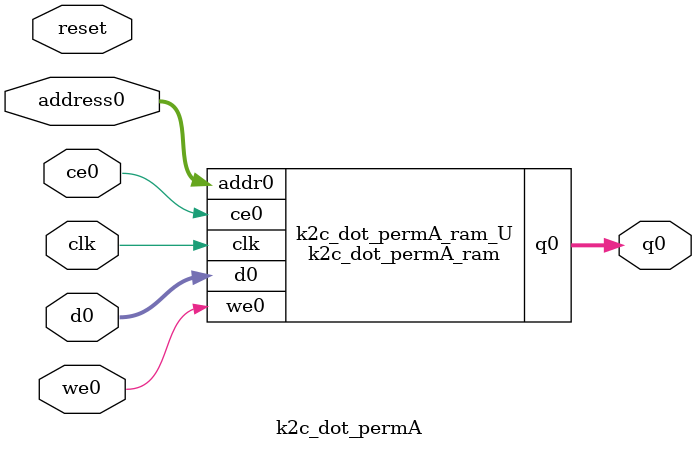
<source format=v>

`timescale 1 ns / 1 ps
module k2c_dot_permA_ram (addr0, ce0, d0, we0, q0,  clk);

parameter DWIDTH = 64;
parameter AWIDTH = 3;
parameter MEM_SIZE = 5;

input[AWIDTH-1:0] addr0;
input ce0;
input[DWIDTH-1:0] d0;
input we0;
output reg[DWIDTH-1:0] q0;
input clk;

(* ram_style = "distributed" *)reg [DWIDTH-1:0] ram[0:MEM_SIZE-1];




always @(posedge clk)  
begin 
    if (ce0) 
    begin
        if (we0) 
        begin 
            ram[addr0] <= d0; 
            q0 <= d0;
        end 
        else 
            q0 <= ram[addr0];
    end
end


endmodule


`timescale 1 ns / 1 ps
module k2c_dot_permA(
    reset,
    clk,
    address0,
    ce0,
    we0,
    d0,
    q0);

parameter DataWidth = 32'd64;
parameter AddressRange = 32'd5;
parameter AddressWidth = 32'd3;
input reset;
input clk;
input[AddressWidth - 1:0] address0;
input ce0;
input we0;
input[DataWidth - 1:0] d0;
output[DataWidth - 1:0] q0;



k2c_dot_permA_ram k2c_dot_permA_ram_U(
    .clk( clk ),
    .addr0( address0 ),
    .ce0( ce0 ),
    .we0( we0 ),
    .d0( d0 ),
    .q0( q0 ));

endmodule


</source>
